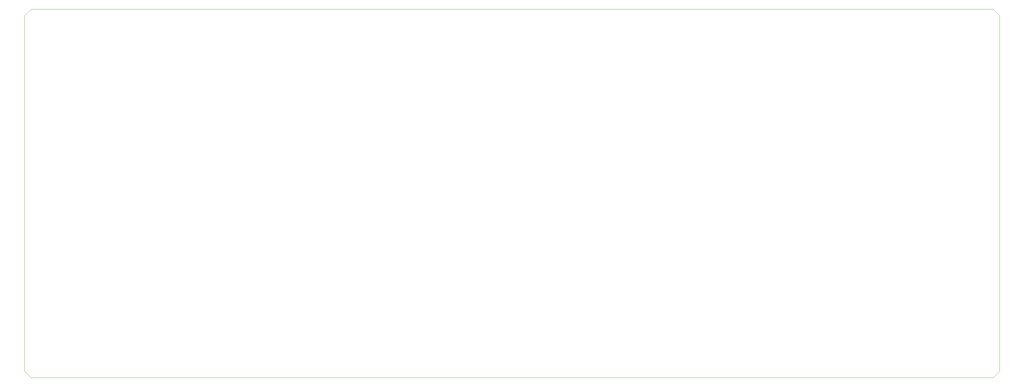
<source format=gbr>
G04 #@! TF.GenerationSoftware,KiCad,Pcbnew,(5.0.2)-1*
G04 #@! TF.CreationDate,2019-05-19T13:57:28+09:00*
G04 #@! TF.ProjectId,D780-PCB,44373830-2d50-4434-922e-6b696361645f,rev?*
G04 #@! TF.SameCoordinates,Original*
G04 #@! TF.FileFunction,Profile,NP*
%FSLAX46Y46*%
G04 Gerber Fmt 4.6, Leading zero omitted, Abs format (unit mm)*
G04 Created by KiCad (PCBNEW (5.0.2)-1) date 2019-05-19 오후 1:57:28*
%MOMM*%
%LPD*%
G01*
G04 APERTURE LIST*
%ADD10C,0.100000*%
G04 APERTURE END LIST*
D10*
X-8025000Y6025000D02*
X-6025000Y8025000D01*
X-8025000Y-106037500D02*
X-8025000Y6025000D01*
X-6025000Y-108037500D02*
X-8025000Y-106037500D01*
X296537500Y-108037500D02*
X-6025000Y-108037500D01*
X298537500Y-106037500D02*
X296537500Y-108037500D01*
X298537500Y6025000D02*
X298537500Y-106037500D01*
X296537500Y8025000D02*
X298537500Y6025000D01*
X-6025000Y8025000D02*
X296537500Y8025000D01*
M02*

</source>
